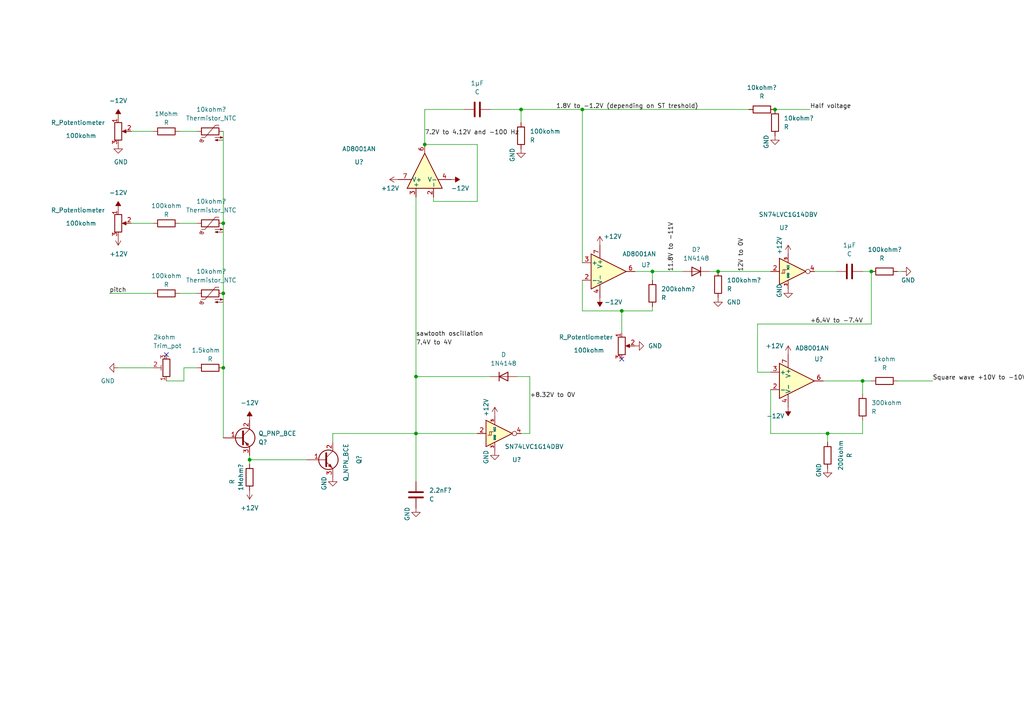
<source format=kicad_sch>
(kicad_sch (version 20211123) (generator eeschema)
  (paper "A4")
  (lib_symbols
    (symbol "74xGxx:SN74LVC1G14DBV"
      (property "Reference" "U" (at -2.54 5.08 0))
      (property "Value" "SN74LVC1G14DBV" (at 10.16 5.08 0))
      (symbol "SN74LVC1G14DBV_0_1"
        (polyline (pts (xy -1.016 0.508) (xy -0.508 0.508)))
        (polyline (pts (xy -2.54 3.81) (xy -2.54 -3.81) (xy 5.08 0) (xy -2.54 3.81)) (stroke (width 0.254)) (fill (type background)))
        (polyline (pts (xy -1.524 -0.508) (xy -1.524 0.508) (xy -1.016 0.508) (xy -1.016 -0.508) (xy -2.032 -0.508)))
        (circle (center 5.715 0) (radius 0.635))
      )
      (symbol "SN74LVC1G14DBV_1_1"
        (pin no_connect line (at 5.08 0 180) (length 2.54) hide (name "NC") (number "1"))
        (pin input line (at -5.08 0 0) (length 2.54) (name "~") (number "2"))
        (pin power_in line (at 0 -5.08 90) (length 2.54) (name "GND") (number "3"))
        (pin output line (at 7.62 0 180) (length 1.27) (name "~") (number "4"))
        (pin power_in line (at 0 5.08 270) (length 2.54) (name "VCC") (number "5"))
      )
    )
    (symbol "Amplifier_Operational:AD8001AN" (pin_names (offset 0.127))
      (property "Reference" "U" (at 0 6.35 0))
      (property "Value" "AD8001AN" (at 0 3.81 0))
      (symbol "AD8001AN_0_1"
        (polyline (pts (xy -5.08 5.08) (xy 5.08 0) (xy -5.08 -5.08) (xy -5.08 5.08)) (stroke (width 0.254)) (fill (type background)))
      )
      (symbol "AD8001AN_1_1"
        (pin no_connect line (at -5.08 -2.54 90) (length 2.54) hide (name "NC") (number "1"))
        (pin input line (at -7.62 -2.54 0) (length 2.54) (name "-") (number "2"))
        (pin input line (at -7.62 2.54 0) (length 2.54) (name "+") (number "3"))
        (pin power_in line (at -2.54 -7.62 90) (length 3.81) (name "V-") (number "4"))
        (pin no_connect line (at -2.54 -2.54 90) (length 2.54) hide (name "NC") (number "5"))
        (pin output line (at 7.62 0 180) (length 2.54) (name "~") (number "6"))
        (pin power_in line (at -2.54 7.62 270) (length 3.81) (name "V+") (number "7"))
        (pin no_connect line (at 0 -2.54 90) (length 2.54) hide (name "NC") (number "8"))
      )
    )
    (symbol "Device:C" (pin_numbers hide) (pin_names (offset 0.254))
      (property "Reference" "C" (at 0.635 2.54 0))
      (property "Value" "C" (at 0.635 -2.54 0))
      (symbol "C_0_1"
        (polyline (pts (xy -2.032 -0.762) (xy 2.032 -0.762)) (stroke (width 0.508)))
        (polyline (pts (xy -2.032 0.762) (xy 2.032 0.762)) (stroke (width 0.508)))
      )
      (symbol "C_1_1"
        (pin passive line (at 0 3.81 270) (length 2.794) (name "~") (number "1"))
        (pin passive line (at 0 -3.81 90) (length 2.794) (name "~") (number "2"))
      )
    )
    (symbol "Device:Q_NPN_BCE" (pin_names (offset 0) hide)
      (property "Reference" "Q" (at 5.08 1.27 0))
      (property "Value" "Q_NPN_BCE" (at 5.08 -1.27 0))
      (symbol "Q_NPN_BCE_0_1"
        (polyline (pts (xy 0.635 0.635) (xy 2.54 2.54)))
        (polyline (pts (xy 0.635 -0.635) (xy 2.54 -2.54) (xy 2.54 -2.54)))
        (polyline (pts (xy 0.635 1.905) (xy 0.635 -1.905) (xy 0.635 -1.905)) (stroke (width 0.508)))
        (polyline (pts (xy 1.27 -1.778) (xy 1.778 -1.27) (xy 2.286 -2.286) (xy 1.27 -1.778) (xy 1.27 -1.778)) (fill (type outline)))
        (circle (center 1.27 0) (radius 2.8194) (stroke (width 0.254)))
      )
      (symbol "Q_NPN_BCE_1_1"
        (pin input line (at -5.08 0 0) (length 5.715) (name "B") (number "1"))
        (pin passive line (at 2.54 5.08 270) (length 2.54) (name "C") (number "2"))
        (pin passive line (at 2.54 -5.08 90) (length 2.54) (name "E") (number "3"))
      )
    )
    (symbol "Device:Q_PNP_BCE" (pin_names (offset 0) hide)
      (property "Reference" "Q" (at 5.08 1.27 0))
      (property "Value" "Q_PNP_BCE" (at 5.08 -1.27 0))
      (symbol "Q_PNP_BCE_0_1"
        (polyline (pts (xy 0.635 0.635) (xy 2.54 2.54)))
        (polyline (pts (xy 0.635 -0.635) (xy 2.54 -2.54) (xy 2.54 -2.54)))
        (polyline (pts (xy 0.635 1.905) (xy 0.635 -1.905) (xy 0.635 -1.905)) (stroke (width 0.508)))
        (polyline (pts (xy 2.286 -1.778) (xy 1.778 -2.286) (xy 1.27 -1.27) (xy 2.286 -1.778) (xy 2.286 -1.778)) (fill (type outline)))
        (circle (center 1.27 0) (radius 2.8194) (stroke (width 0.254)))
      )
      (symbol "Q_PNP_BCE_1_1"
        (pin input line (at -5.08 0 0) (length 5.715) (name "B") (number "1"))
        (pin passive line (at 2.54 5.08 270) (length 2.54) (name "C") (number "2"))
        (pin passive line (at 2.54 -5.08 90) (length 2.54) (name "E") (number "3"))
      )
    )
    (symbol "Device:R" (pin_numbers hide) (pin_names (offset 0))
      (property "Reference" "R" (at 2.032 0 90))
      (property "Value" "R" (at 0 0 90))
      (symbol "R_0_1"
        (rectangle (start -1.016 -2.54) (end 1.016 2.54) (stroke (width 0.254)))
      )
      (symbol "R_1_1"
        (pin passive line (at 0 3.81 270) (length 1.27) (name "~") (number "1"))
        (pin passive line (at 0 -3.81 90) (length 1.27) (name "~") (number "2"))
      )
    )
    (symbol "Device:R_Potentiometer" (pin_names (offset 1.016) hide)
      (property "Reference" "RV" (at -4.445 0 90))
      (property "Value" "R_Potentiometer" (at -2.54 0 90))
      (symbol "R_Potentiometer_0_1"
        (polyline (pts (xy 2.54 0) (xy 1.524 0)))
        (polyline (pts (xy 1.143 0) (xy 2.286 0.508) (xy 2.286 -0.508) (xy 1.143 0)) (fill (type outline)))
        (rectangle (start 1.016 2.54) (end -1.016 -2.54) (stroke (width 0.254)))
      )
      (symbol "R_Potentiometer_1_1"
        (pin passive line (at 0 3.81 270) (length 1.27) (name "1") (number "1"))
        (pin passive line (at 3.81 0 180) (length 1.27) (name "2") (number "2"))
        (pin passive line (at 0 -3.81 90) (length 1.27) (name "3") (number "3"))
      )
    )
    (symbol "Device:R_Potentiometer_Trim" (pin_names (offset 1.016) hide)
      (property "Reference" "RV" (at -4.445 0 90))
      (property "Value" "R_Potentiometer_Trim" (at -2.54 0 90))
      (symbol "R_Potentiometer_Trim_0_1"
        (polyline (pts (xy 1.524 0.762) (xy 1.524 -0.762)))
        (polyline (pts (xy 2.54 0) (xy 1.524 0)))
        (rectangle (start 1.016 2.54) (end -1.016 -2.54) (stroke (width 0.254)))
      )
      (symbol "R_Potentiometer_Trim_1_1"
        (pin passive line (at 0 3.81 270) (length 1.27) (name "1") (number "1"))
        (pin passive line (at 3.81 0 180) (length 1.27) (name "2") (number "2"))
        (pin passive line (at 0 -3.81 90) (length 1.27) (name "3") (number "3"))
      )
    )
    (symbol "Device:Thermistor_NTC" (pin_numbers hide) (pin_names (offset 0))
      (property "Reference" "TH" (at -4.445 0 90))
      (property "Value" "Thermistor_NTC" (at 3.175 0 90))
      (symbol "Thermistor_NTC_0_1"
        (arc (start -3.048 2.159) (mid -3.0495 2.3143) (end -3.175 2.413))
        (arc (start -3.048 2.159) (mid -2.9736 1.9794) (end -2.794 1.905))
        (arc (start -3.048 2.794) (mid -2.9736 2.6144) (end -2.794 2.54))
        (arc (start -2.794 1.905) (mid -2.6144 1.9794) (end -2.54 2.159))
        (arc (start -2.794 2.54) (mid -2.4393 2.5587) (end -2.159 2.794))
        (arc (start -2.794 3.048) (mid -2.9736 2.9736) (end -3.048 2.794))
        (arc (start -2.54 2.794) (mid -2.6144 2.9736) (end -2.794 3.048))
        (rectangle (start -1.016 2.54) (end 1.016 -2.54) (stroke (width 0.254)))
        (polyline (pts (xy -2.54 2.159) (xy -2.54 2.794)))
        (polyline (pts (xy -1.778 2.54) (xy -1.778 1.524) (xy 1.778 -1.524) (xy 1.778 -2.54)))
        (polyline (pts (xy -2.54 -3.683) (xy -2.54 -1.397) (xy -2.794 -2.159) (xy -2.286 -2.159) (xy -2.54 -1.397) (xy -2.54 -1.651)) (fill (type outline)))
        (polyline (pts (xy -1.778 -1.397) (xy -1.778 -3.683) (xy -2.032 -2.921) (xy -1.524 -2.921) (xy -1.778 -3.683) (xy -1.778 -3.429)) (fill (type outline)))
      )
      (symbol "Thermistor_NTC_1_1"
        (pin passive line (at 0 3.81 270) (length 1.27) (name "~") (number "1"))
        (pin passive line (at 0 -3.81 90) (length 1.27) (name "~") (number "2"))
      )
    )
    (symbol "Diode:1N4148" (pin_numbers hide) (pin_names hide)
      (property "Reference" "D" (at 0 2.54 0))
      (property "Value" "1N4148" (at 0 -2.54 0))
      (symbol "1N4148_0_1"
        (polyline (pts (xy -1.27 1.27) (xy -1.27 -1.27)) (stroke (width 0.254)))
        (polyline (pts (xy 1.27 0) (xy -1.27 0)))
        (polyline (pts (xy 1.27 1.27) (xy 1.27 -1.27) (xy -1.27 0) (xy 1.27 1.27)) (stroke (width 0.254)))
      )
      (symbol "1N4148_1_1"
        (pin passive line (at -3.81 0 0) (length 2.54) (name "K") (number "1"))
        (pin passive line (at 3.81 0 180) (length 2.54) (name "A") (number "2"))
      )
    )
    (symbol "power:+12V" (power) (pin_names (offset 0))
      (property "Value" "+12V" (at 0 3.556 0))
      (symbol "+12V_0_1"
        (polyline (pts (xy -0.762 1.27) (xy 0 2.54)))
        (polyline (pts (xy 0 0) (xy 0 2.54)))
        (polyline (pts (xy 0 2.54) (xy 0.762 1.27)))
      )
      (symbol "+12V_1_1"
        (pin power_in line (at 0 0 90) (length 0) hide (name "+12V") (number "1"))
      )
    )
    (symbol "power:-12V" (power) (pin_names (offset 0))
      (property "Value" "-12V" (at 0 3.81 0))
      (symbol "-12V_0_0"
        (pin power_in line (at 0 0 90) (length 0) hide (name "-12V") (number "1"))
      )
      (symbol "-12V_0_1"
        (polyline (pts (xy 0 0) (xy 0 1.27) (xy 0.762 1.27) (xy 0 2.54) (xy -0.762 1.27) (xy 0 1.27)) (fill (type outline)))
      )
    )
    (symbol "power:GND" (power) (pin_names (offset 0))
      (property "Value" "GND" (at 0 -3.81 0))
      (symbol "GND_0_1"
        (polyline (pts (xy 0 0) (xy 0 -1.27) (xy 1.27 -1.27) (xy 0 -2.54) (xy -1.27 -1.27) (xy 0 -1.27)))
      )
      (symbol "GND_1_1"
        (pin power_in line (at 0 0 270) (length 0) hide (name "GND") (number "1"))
      )
    )
  )
  (junction (at 252.73 78.74))
  (junction (at 72.39 133.35))
  (junction (at 64.77 64.77))
  (junction (at 64.77 106.68))
  (junction (at 120.65 109.22))
  (junction (at 208.28 78.74))
  (junction (at 224.79 31.75))
  (junction (at 240.03 125.73))
  (junction (at 180.34 90.17))
  (junction (at 189.23 78.74))
  (junction (at 64.77 85.09))
  (junction (at 120.65 125.73))
  (junction (at 123.19 41.91))
  (junction (at 250.19 110.49))
  (junction (at 168.91 31.75))
  (junction (at 151.13 31.75))
  (no_connect (at 180.34 104.14))
  (no_connect (at 48.26 102.87))
  (wire (pts (xy 53.34 106.68) (xy 57.15 106.68)))
  (wire (pts (xy 189.23 78.74) (xy 198.12 78.74)))
  (wire (pts (xy 240.03 125.73) (xy 240.03 128.27)))
  (wire (pts (xy 189.23 78.74) (xy 184.15 78.74)))
  (wire (pts (xy 238.76 110.49) (xy 250.19 110.49)))
  (wire (pts (xy 250.19 110.49) (xy 250.19 114.3)))
  (wire (pts (xy 72.39 133.35) (xy 72.39 132.08)))
  (wire (pts (xy 52.07 64.77) (xy 57.15 64.77)))
  (wire (pts (xy 252.73 93.98) (xy 219.71 93.98)))
  (wire (pts (xy 151.13 35.56) (xy 151.13 31.75)))
  (wire (pts (xy 189.23 81.28) (xy 189.23 78.74)))
  (wire (pts (xy 151.13 125.73) (xy 153.67 125.73)))
  (wire (pts (xy 52.07 38.1) (xy 57.15 38.1)))
  (wire (pts (xy 208.28 78.74) (xy 205.74 78.74)))
  (wire (pts (xy 223.52 113.03) (xy 223.52 125.73)))
  (wire (pts (xy 189.23 90.17) (xy 189.23 88.9)))
  (wire (pts (xy 64.77 106.68) (xy 64.77 127)))
  (wire (pts (xy 208.28 78.74) (xy 223.52 78.74)))
  (wire (pts (xy 168.91 31.75) (xy 168.91 76.2)))
  (wire (pts (xy 223.52 125.73) (xy 240.03 125.73)))
  (wire (pts (xy 219.71 93.98) (xy 219.71 107.95)))
  (wire (pts (xy 123.19 41.91) (xy 123.19 31.75)))
  (wire (pts (xy 38.1 38.1) (xy 44.45 38.1)))
  (wire (pts (xy 168.91 81.28) (xy 168.91 90.17)))
  (wire (pts (xy 151.13 31.75) (xy 168.91 31.75)))
  (wire (pts (xy 153.67 125.73) (xy 153.67 109.22)))
  (wire (pts (xy 96.52 125.73) (xy 120.65 125.73)))
  (wire (pts (xy 224.79 31.75) (xy 234.95 31.75)))
  (wire (pts (xy 250.19 110.49) (xy 252.73 110.49)))
  (wire (pts (xy 180.34 90.17) (xy 180.34 96.52)))
  (wire (pts (xy 38.1 64.77) (xy 44.45 64.77)))
  (wire (pts (xy 72.39 133.35) (xy 88.9 133.35)))
  (wire (pts (xy 151.13 31.75) (xy 142.24 31.75)))
  (wire (pts (xy 48.26 110.49) (xy 53.34 110.49)))
  (wire (pts (xy 260.35 110.49) (xy 270.51 110.49)))
  (wire (pts (xy 242.57 78.74) (xy 236.22 78.74)))
  (wire (pts (xy 120.65 109.22) (xy 142.24 109.22)))
  (wire (pts (xy 120.65 109.22) (xy 120.65 125.73)))
  (wire (pts (xy 250.19 125.73) (xy 250.19 121.92)))
  (wire (pts (xy 52.07 85.09) (xy 57.15 85.09)))
  (wire (pts (xy 250.19 78.74) (xy 252.73 78.74)))
  (wire (pts (xy 250.19 125.73) (xy 240.03 125.73)))
  (wire (pts (xy 72.39 134.62) (xy 72.39 133.35)))
  (wire (pts (xy 168.91 31.75) (xy 217.17 31.75)))
  (wire (pts (xy 168.91 90.17) (xy 180.34 90.17)))
  (wire (pts (xy 64.77 85.09) (xy 64.77 106.68)))
  (wire (pts (xy 153.67 109.22) (xy 149.86 109.22)))
  (wire (pts (xy 260.35 78.74) (xy 261.62 78.74)))
  (wire (pts (xy 138.43 41.91) (xy 123.19 41.91)))
  (wire (pts (xy 120.65 139.7) (xy 120.65 125.73)))
  (wire (pts (xy 64.77 64.77) (xy 64.77 85.09)))
  (wire (pts (xy 252.73 78.74) (xy 252.73 93.98)))
  (wire (pts (xy 120.65 57.15) (xy 120.65 109.22)))
  (wire (pts (xy 34.29 106.68) (xy 44.45 106.68)))
  (wire (pts (xy 125.73 57.15) (xy 125.73 58.42)))
  (wire (pts (xy 64.77 38.1) (xy 64.77 64.77)))
  (wire (pts (xy 125.73 58.42) (xy 138.43 58.42)))
  (wire (pts (xy 138.43 58.42) (xy 138.43 41.91)))
  (wire (pts (xy 53.34 110.49) (xy 53.34 106.68)))
  (wire (pts (xy 120.65 125.73) (xy 138.43 125.73)))
  (wire (pts (xy 31.75 85.09) (xy 44.45 85.09)))
  (wire (pts (xy 219.71 107.95) (xy 223.52 107.95)))
  (wire (pts (xy 96.52 128.27) (xy 96.52 125.73)))
  (wire (pts (xy 180.34 90.17) (xy 189.23 90.17)))
  (wire (pts (xy 123.19 31.75) (xy 134.62 31.75)))
  (label "1.8V to -1.2V (depending on ST treshold)" (at 161.29 31.75 0))
  (label "7.2V to 4.12V and -100 Hz" (at 123.19 39.37 0))
  (label "+6.4V to -7.4V" (at 234.95 93.98 0))
  (label "7.4V to 4V" (at 120.65 100.33 0))
  (label "Square wave +10V to -10V" (at 270.51 110.49 0))
  (label "11.8V to -11V" (at 195.58 78.74 90))
  (label "sawtooth oscillation" (at 120.65 97.79 0))
  (label "+8.32V to 0V" (at 153.67 115.57 0))
  (label "pitch" (at 31.75 85.09 0))
  (label "12V to 0V" (at 215.9 78.74 90))
  (label "Half voltage" (at 234.95 31.75 0))
  (symbol (lib_id "power:+12V") (at 228.6 102.87 0) (unit 1)
    (property "Reference" "#PWR?" (effects hide))
    (property "Value" "+12V" (at 227.33 100.33 0) (effects (justify right)))
  )
  (symbol (lib_id "power:+12V") (at 173.99 71.12 0) (unit 1)
    (property "Reference" "#PWR?" (effects hide))
    (property "Value" "+12V" (at 180.34 68.58 0) (effects (justify right)))
  )
  (symbol (lib_id "power:-12V") (at 34.29 60.96 0) (unit 1)
    (property "Reference" "#PWR?" (effects hide))
    (property "Value" "-12V" (at 34.29 55.88 0))
  )
  (symbol (lib_id "Device:R") (at 224.79 35.56 0) (unit 1)
    (property "Reference" "10kohm?" (at 227.33 34.2899 0) (effects (justify left)))
    (property "Value" "R" (at 227.33 36.8299 0) (effects (justify left)))
  )
  (symbol (lib_id "power:+12V") (at 115.57 52.07 90) (unit 1)
    (property "Reference" "#PWR?" (effects hide))
    (property "Value" "+12V" (at 110.49 54.61 90) (effects (justify right)))
  )
  (symbol (lib_id "power:GND") (at 143.51 130.81 0) (unit 1)
    (property "Reference" "#PWR?" (effects hide))
    (property "Value" "GND" (at 140.97 134.62 90) (effects (justify left)))
  )
  (symbol (lib_id "Device:Thermistor_NTC") (at 60.96 38.1 90) (unit 1)
    (property "Reference" "10kohm?" (at 61.2775 31.75 90))
    (property "Value" "Thermistor_NTC" (at 61.2775 34.29 90))
  )
  (symbol (lib_id "power:GND") (at 224.79 39.37 0) (unit 1)
    (property "Reference" "#PWR?" (effects hide))
    (property "Value" "GND" (at 222.25 43.18 90) (effects (justify left)))
  )
  (symbol (lib_id "Device:R") (at 220.98 31.75 270) (unit 1)
    (property "Reference" "10kohm?" (at 220.98 25.4 90))
    (property "Value" "R" (at 220.98 27.94 90))
  )
  (symbol (lib_id "Device:R") (at 189.23 85.09 180) (unit 1)
    (property "Reference" "200kohm?" (at 191.77 83.82 0) (effects (justify right)))
    (property "Value" "R" (at 191.77 86.36 0) (effects (justify right)))
  )
  (symbol (lib_id "power:-12V") (at 34.29 34.29 0) (unit 1)
    (property "Reference" "#PWR?" (effects hide))
    (property "Value" "-12V" (at 34.29 29.21 0))
  )
  (symbol (lib_id "Diode:1N4148") (at 146.05 109.22 0) (unit 1)
    (property "Reference" "D" (at 146.05 102.87 0))
    (property "Value" "1N4148" (at 146.05 105.41 0))
    (property "Footprint" "Diode_THT:D_DO-35_SOD27_P7.62mm_Horizontal" (effects hide))
    (property "Datasheet" "https://assets.nexperia.com/documents/data-sheet/1N4148_1N4448.pdf" (effects hide))
  )
  (symbol (lib_id "Diode:1N4148") (at 201.93 78.74 180) (unit 1)
    (property "Reference" "D?" (at 201.93 72.39 0))
    (property "Value" "1N4148" (at 201.93 74.93 0))
    (property "Footprint" "Diode_THT:D_DO-35_SOD27_P7.62mm_Horizontal" (effects hide))
    (property "Datasheet" "https://assets.nexperia.com/documents/data-sheet/1N4148_1N4448.pdf" (effects hide))
  )
  (symbol (lib_id "Device:R") (at 60.96 106.68 90) (unit 1)
    (property "Reference" "1.5kohm" (at 59.69 101.6 90))
    (property "Value" "R" (at 60.96 104.14 90))
  )
  (symbol (lib_id "Device:Q_PNP_BCE") (at 69.85 127 0) (unit 1)
    (property "Reference" "Q?" (at 74.93 128.2701 0) (effects (justify left)))
    (property "Value" "Q_PNP_BCE" (at 74.93 125.7301 0) (effects (justify left)))
  )
  (symbol (lib_id "power:+12V") (at 72.39 142.24 180) (unit 1)
    (property "Reference" "#PWR?" (effects hide))
    (property "Value" "+12V" (at 72.39 147.32 0))
  )
  (symbol (lib_id "power:GND") (at 120.65 147.32 0) (unit 1)
    (property "Reference" "#PWR?" (effects hide))
    (property "Value" "GND" (at 118.11 151.13 90) (effects (justify left)))
  )
  (symbol (lib_id "Amplifier_Operational:AD8001AN") (at 176.53 78.74 0) (unit 1)
    (property "Reference" "U?" (at 187.325 76.835 0))
    (property "Value" "AD8001AN" (at 185.42 73.66 0))
    (property "Footprint" "Package_DIP:DIP-8_W7.62mm" (effects hide))
    (property "Datasheet" "https://www.analog.com/media/en/technical-documentation/data-sheets/ad8001.pdf" (effects hide))
  )
  (symbol (lib_id "74xGxx:SN74LVC1G14DBV") (at 228.6 78.74 0) (unit 1)
    (property "Reference" "U?" (at 227.33 66.04 0))
    (property "Value" "SN74LVC1G14DBV" (at 228.6 62.23 0))
    (property "Footprint" "Package_TO_SOT_SMD:SOT-23-5" (effects hide))
    (property "Datasheet" "http://www.ti.com/lit/ds/symlink/sn74lvc1g14.pdf" (effects hide))
  )
  (symbol (lib_id "Device:R_Potentiometer_Trim") (at 48.26 106.68 180) (unit 1)
    (property "Reference" "2kohm" (at 44.45 97.79 0) (effects (justify right)))
    (property "Value" "Trim_pot" (at 44.45 100.33 0) (effects (justify right)))
  )
  (symbol (lib_id "Device:R_Potentiometer") (at 180.34 100.33 0) (unit 1)
    (property "Reference" "100kohm" (at 175.26 101.6 0) (effects (justify right)))
    (property "Value" "R_Potentiometer" (at 177.8 97.79 0) (effects (justify right)))
  )
  (symbol (lib_id "power:GND") (at 261.62 78.74 90) (unit 1)
    (property "Reference" "#PWR?" (effects hide))
    (property "Value" "GND" (at 265.43 81.28 90) (effects (justify left)))
  )
  (symbol (lib_id "power:GND") (at 34.29 41.91 0) (unit 1)
    (property "Reference" "#PWR?" (effects hide))
    (property "Value" "GND" (at 33.02 46.99 0) (effects (justify left)))
  )
  (symbol (lib_id "Device:C") (at 246.38 78.74 90) (unit 1)
    (property "Reference" "1µF" (at 246.38 71.12 90))
    (property "Value" "C" (at 246.38 73.66 90))
  )
  (symbol (lib_id "Device:R") (at 48.26 38.1 90) (unit 1)
    (property "Reference" "1Mohm" (at 48.26 33.02 90))
    (property "Value" "R" (at 48.26 35.56 90))
  )
  (symbol (lib_id "power:GND") (at 208.28 86.36 0) (unit 1)
    (property "Reference" "#PWR?" (effects hide))
    (property "Value" "GND" (at 210.82 87.6299 0) (effects (justify left)))
  )
  (symbol (lib_id "Device:C") (at 138.43 31.75 90) (unit 1)
    (property "Reference" "1µF" (at 138.43 24.13 90))
    (property "Value" "C" (at 138.43 26.67 90))
  )
  (symbol (lib_id "Device:R") (at 48.26 85.09 90) (unit 1)
    (property "Reference" "100kohm" (at 48.26 80.01 90))
    (property "Value" "R" (at 48.26 82.55 90))
  )
  (symbol (lib_id "power:GND") (at 228.6 83.82 0) (unit 1)
    (property "Reference" "#PWR?" (effects hide))
    (property "Value" "GND" (at 226.06 86.36 90) (effects (justify left)))
  )
  (symbol (lib_id "power:-12V") (at 173.99 86.36 180) (unit 1)
    (property "Reference" "#PWR?" (effects hide))
    (property "Value" "-12V" (at 175.26 87.63 0) (effects (justify right)))
  )
  (symbol (lib_id "Device:R") (at 256.54 78.74 270) (unit 1)
    (property "Reference" "100kohm?" (at 261.62 72.39 90) (effects (justify right)))
    (property "Value" "R" (at 256.54 74.93 90) (effects (justify right)))
  )
  (symbol (lib_id "power:GND") (at 184.15 100.33 90) (unit 1)
    (property "Reference" "#PWR?" (effects hide))
    (property "Value" "GND" (at 187.96 100.3299 90) (effects (justify right)))
  )
  (symbol (lib_id "Device:R_Potentiometer") (at 34.29 64.77 0) (unit 1)
    (property "Reference" "100kohm" (at 27.94 64.77 0) (effects (justify right)))
    (property "Value" "R_Potentiometer" (at 30.48 60.96 0) (effects (justify right)))
  )
  (symbol (lib_id "Device:C") (at 120.65 143.51 0) (unit 1)
    (property "Reference" "2.2nF?" (at 124.46 142.2399 0) (effects (justify left)))
    (property "Value" "C" (at 124.46 144.7799 0) (effects (justify left)))
  )
  (symbol (lib_id "Amplifier_Operational:AD8001AN") (at 231.14 110.49 0) (unit 1)
    (property "Reference" "U?" (at 237.49 104.14 0))
    (property "Value" "AD8001AN" (at 235.585 100.965 0))
    (property "Footprint" "Package_DIP:DIP-8_W7.62mm" (effects hide))
    (property "Datasheet" "https://www.analog.com/media/en/technical-documentation/data-sheets/ad8001.pdf" (effects hide))
  )
  (symbol (lib_id "Amplifier_Operational:AD8001AN") (at 123.19 49.53 90) (unit 1)
    (property "Reference" "U?" (at 104.14 46.99 90))
    (property "Value" "AD8001AN" (at 104.14 43.18 90))
    (property "Footprint" "Package_DIP:DIP-8_W7.62mm" (effects hide))
    (property "Datasheet" "https://www.analog.com/media/en/technical-documentation/data-sheets/ad8001.pdf" (effects hide))
  )
  (symbol (lib_id "Device:Q_NPN_BCE") (at 93.98 133.35 0) (unit 1)
    (property "Reference" "Q?" (at 104.14 134.62 90) (effects (justify left)))
    (property "Value" "Q_NPN_BCE" (at 100.33 139.7 90) (effects (justify left)))
  )
  (symbol (lib_id "74xGxx:SN74LVC1G14DBV") (at 143.51 125.73 0) (unit 1)
    (property "Reference" "U?" (at 149.86 133.35 0))
    (property "Value" "SN74LVC1G14DBV" (at 154.94 129.54 0))
    (property "Footprint" "Package_TO_SOT_SMD:SOT-23-5" (effects hide))
    (property "Datasheet" "http://www.ti.com/lit/ds/symlink/sn74lvc1g14.pdf" (effects hide))
  )
  (symbol (lib_id "Device:R") (at 208.28 82.55 180) (unit 1)
    (property "Reference" "100kohm?" (at 210.82 81.2799 0) (effects (justify right)))
    (property "Value" "R" (at 210.82 83.8199 0) (effects (justify right)))
  )
  (symbol (lib_id "Device:R") (at 72.39 138.43 0) (unit 1)
    (property "Reference" "1Mohm?" (at 69.85 138.43 90))
    (property "Value" "R" (at 67.31 139.7 90))
  )
  (symbol (lib_id "power:+12V") (at 143.51 120.65 0) (unit 1)
    (property "Reference" "#PWR?" (effects hide))
    (property "Value" "+12V" (at 140.97 115.57 90) (effects (justify right)))
  )
  (symbol (lib_id "power:+12V") (at 228.6 73.66 0) (unit 1)
    (property "Reference" "#PWR?" (effects hide))
    (property "Value" "+12V" (at 226.06 68.58 90) (effects (justify right)))
  )
  (symbol (lib_id "Device:R") (at 48.26 64.77 90) (unit 1)
    (property "Reference" "100kohm" (at 48.26 59.69 90))
    (property "Value" "R" (at 48.26 62.23 90))
  )
  (symbol (lib_id "power:-12V") (at 72.39 121.92 0) (unit 1)
    (property "Reference" "#PWR?" (effects hide))
    (property "Value" "-12V" (at 72.39 116.84 0))
  )
  (symbol (lib_id "power:GND") (at 151.13 43.18 0) (unit 1)
    (property "Reference" "#PWR?" (effects hide))
    (property "Value" "GND" (at 148.59 46.99 90) (effects (justify left)))
  )
  (symbol (lib_id "Device:Thermistor_NTC") (at 60.96 64.77 90) (unit 1)
    (property "Reference" "10kohm?" (at 61.2775 58.42 90))
    (property "Value" "Thermistor_NTC" (at 61.2775 60.96 90))
  )
  (symbol (lib_id "Device:R_Potentiometer") (at 34.29 38.1 0) (unit 1)
    (property "Reference" "100kohm" (at 27.94 39.37 0) (effects (justify right)))
    (property "Value" "R_Potentiometer" (at 30.48 35.56 0) (effects (justify right)))
  )
  (symbol (lib_id "Device:R") (at 256.54 110.49 270) (unit 1)
    (property "Reference" "1kohm" (at 256.54 104.14 90))
    (property "Value" "R" (at 256.54 106.68 90))
  )
  (symbol (lib_id "power:-12V") (at 228.6 118.11 180) (unit 1)
    (property "Reference" "#PWR?" (effects hide))
    (property "Value" "-12V" (at 222.25 120.65 0) (effects (justify right)))
  )
  (symbol (lib_id "Device:R") (at 151.13 39.37 180) (unit 1)
    (property "Reference" "100kohm" (at 153.67 38.0999 0) (effects (justify right)))
    (property "Value" "R" (at 153.67 40.6399 0) (effects (justify right)))
  )
  (symbol (lib_id "power:-12V") (at 130.81 52.07 270) (unit 1)
    (property "Reference" "#PWR?" (effects hide))
    (property "Value" "-12V" (at 130.81 54.61 90) (effects (justify left)))
  )
  (symbol (lib_id "power:GND") (at 34.29 106.68 270) (unit 1)
    (property "Reference" "#PWR?" (effects hide))
    (property "Value" "GND" (at 29.21 110.49 90) (effects (justify left)))
  )
  (symbol (lib_id "power:GND") (at 240.03 135.89 0) (unit 1)
    (property "Reference" "#PWR?" (effects hide))
    (property "Value" "GND" (at 237.49 138.43 90) (effects (justify left)))
  )
  (symbol (lib_id "Device:Thermistor_NTC") (at 60.96 85.09 90) (unit 1)
    (property "Reference" "10kohm?" (at 61.2775 78.74 90))
    (property "Value" "Thermistor_NTC" (at 61.2775 81.28 90))
  )
  (symbol (lib_id "power:+12V") (at 34.29 68.58 180) (unit 1)
    (property "Reference" "#PWR?" (effects hide))
    (property "Value" "+12V" (at 31.75 73.66 0) (effects (justify right)))
  )
  (symbol (lib_id "Device:R") (at 240.03 132.08 180) (unit 1)
    (property "Reference" "200kohm" (at 243.84 132.08 90))
    (property "Value" "R" (at 246.38 132.08 90))
  )
  (symbol (lib_id "power:GND") (at 96.52 138.43 0) (unit 1)
    (property "Reference" "#PWR?" (effects hide))
    (property "Value" "GND" (at 93.98 142.24 90) (effects (justify left)))
  )
  (symbol (lib_id "Device:R") (at 250.19 118.11 180) (unit 1)
    (property "Reference" "300kohm" (at 252.73 116.8399 0) (effects (justify right)))
    (property "Value" "R" (at 252.73 119.3799 0) (effects (justify right)))
  )
)
</source>
